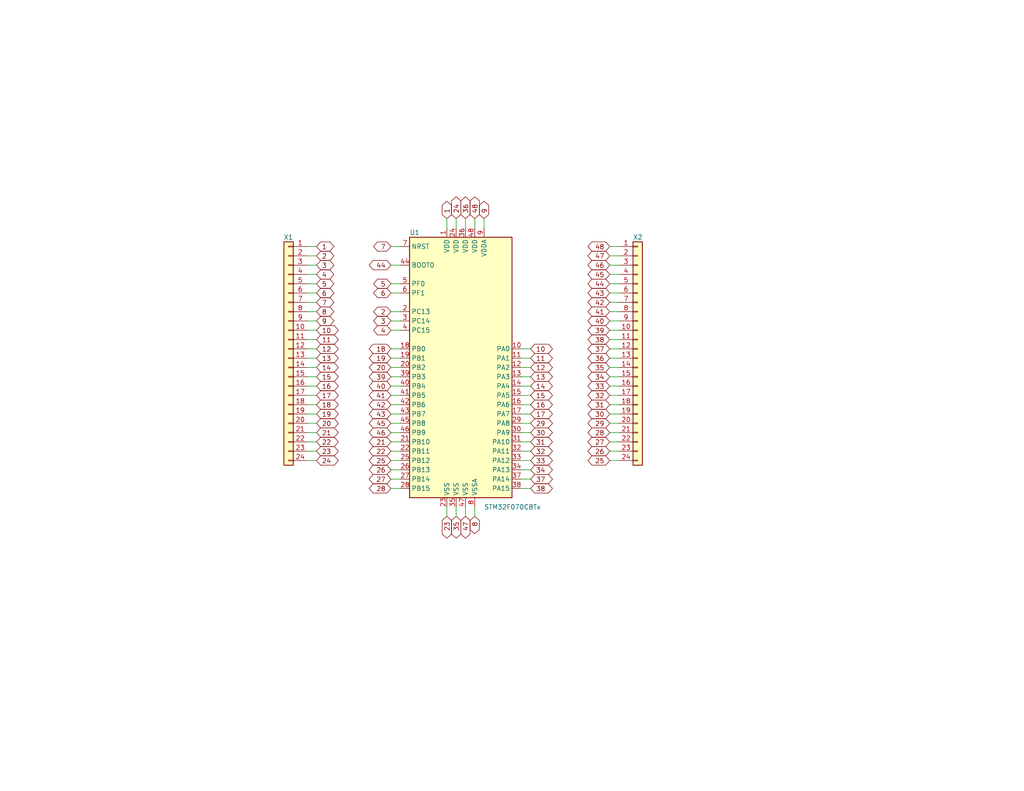
<source format=kicad_sch>
(kicad_sch (version 20230121) (generator eeschema)
  (paper "USLetter")
  (title_block (title "STM32F070CBTx Breakout") (date "2018-09-15") (rev "1") (company "Alex M."))
  (lib_symbols
    (symbol "Breakout_STM32F070CBTx-rescue:STM32F070CBTx-MCU_ST_STM32F0"
      (property "Reference" "U" (at -15.24 36.83 0))
      (property "Value" "MCU_ST_STM32F0:STM32F070CBTx" (at 7.62 36.83 0))
      (symbol "STM32F070CBTx-MCU_ST_STM32F0_0_1"
        (rectangle (start -15.24 -35.56) (end 12.7 35.56) (stroke (width 0.254)) (fill (type background)))
      )
      (symbol "STM32F070CBTx-MCU_ST_STM32F0_1_1"
        (pin power_in line (at -5.08 38.1 270) (length 2.54) (name "VDD") (number "1"))
        (pin bidirectional line (at 15.24 5.08 180) (length 2.54) (name "PA0") (number "10"))
        (pin bidirectional line (at 15.24 2.54 180) (length 2.54) (name "PA1") (number "11"))
        (pin bidirectional line (at 15.24 0 180) (length 2.54) (name "PA2") (number "12"))
        (pin bidirectional line (at 15.24 -2.54 180) (length 2.54) (name "PA3") (number "13"))
        (pin bidirectional line (at 15.24 -5.08 180) (length 2.54) (name "PA4") (number "14"))
        (pin bidirectional line (at 15.24 -7.62 180) (length 2.54) (name "PA5") (number "15"))
        (pin bidirectional line (at 15.24 -10.16 180) (length 2.54) (name "PA6") (number "16"))
        (pin bidirectional line (at 15.24 -12.7 180) (length 2.54) (name "PA7") (number "17"))
        (pin bidirectional line (at -17.78 5.08 0) (length 2.54) (name "PB0") (number "18"))
        (pin bidirectional line (at -17.78 2.54 0) (length 2.54) (name "PB1") (number "19"))
        (pin bidirectional line (at -17.78 15.24 0) (length 2.54) (name "PC13") (number "2"))
        (pin bidirectional line (at -17.78 0 0) (length 2.54) (name "PB2") (number "20"))
        (pin bidirectional line (at -17.78 -20.32 0) (length 2.54) (name "PB10") (number "21"))
        (pin bidirectional line (at -17.78 -22.86 0) (length 2.54) (name "PB11") (number "22"))
        (pin power_in line (at -5.08 -38.1 90) (length 2.54) (name "VSS") (number "23"))
        (pin power_in line (at -2.54 38.1 270) (length 2.54) (name "VDD") (number "24"))
        (pin bidirectional line (at -17.78 -25.4 0) (length 2.54) (name "PB12") (number "25"))
        (pin bidirectional line (at -17.78 -27.94 0) (length 2.54) (name "PB13") (number "26"))
        (pin bidirectional line (at -17.78 -30.48 0) (length 2.54) (name "PB14") (number "27"))
        (pin bidirectional line (at -17.78 -33.02 0) (length 2.54) (name "PB15") (number "28"))
        (pin bidirectional line (at 15.24 -15.24 180) (length 2.54) (name "PA8") (number "29"))
        (pin bidirectional line (at -17.78 12.7 0) (length 2.54) (name "PC14") (number "3"))
        (pin bidirectional line (at 15.24 -17.78 180) (length 2.54) (name "PA9") (number "30"))
        (pin bidirectional line (at 15.24 -20.32 180) (length 2.54) (name "PA10") (number "31"))
        (pin bidirectional line (at 15.24 -22.86 180) (length 2.54) (name "PA11") (number "32"))
        (pin bidirectional line (at 15.24 -25.4 180) (length 2.54) (name "PA12") (number "33"))
        (pin bidirectional line (at 15.24 -27.94 180) (length 2.54) (name "PA13") (number "34"))
        (pin power_in line (at -2.54 -38.1 90) (length 2.54) (name "VSS") (number "35"))
        (pin power_in line (at 0 38.1 270) (length 2.54) (name "VDD") (number "36"))
        (pin bidirectional line (at 15.24 -30.48 180) (length 2.54) (name "PA14") (number "37"))
        (pin bidirectional line (at 15.24 -33.02 180) (length 2.54) (name "PA15") (number "38"))
        (pin bidirectional line (at -17.78 -2.54 0) (length 2.54) (name "PB3") (number "39"))
        (pin bidirectional line (at -17.78 10.16 0) (length 2.54) (name "PC15") (number "4"))
        (pin bidirectional line (at -17.78 -5.08 0) (length 2.54) (name "PB4") (number "40"))
        (pin bidirectional line (at -17.78 -7.62 0) (length 2.54) (name "PB5") (number "41"))
        (pin bidirectional line (at -17.78 -10.16 0) (length 2.54) (name "PB6") (number "42"))
        (pin bidirectional line (at -17.78 -12.7 0) (length 2.54) (name "PB7") (number "43"))
        (pin input line (at -17.78 27.94 0) (length 2.54) (name "BOOT0") (number "44"))
        (pin bidirectional line (at -17.78 -15.24 0) (length 2.54) (name "PB8") (number "45"))
        (pin bidirectional line (at -17.78 -17.78 0) (length 2.54) (name "PB9") (number "46"))
        (pin power_in line (at 0 -38.1 90) (length 2.54) (name "VSS") (number "47"))
        (pin power_in line (at 2.54 38.1 270) (length 2.54) (name "VDD") (number "48"))
        (pin input line (at -17.78 22.86 0) (length 2.54) (name "PF0") (number "5"))
        (pin input line (at -17.78 20.32 0) (length 2.54) (name "PF1") (number "6"))
        (pin input line (at -17.78 33.02 0) (length 2.54) (name "NRST") (number "7"))
        (pin power_in line (at 2.54 -38.1 90) (length 2.54) (name "VSSA") (number "8"))
        (pin power_in line (at 5.08 38.1 270) (length 2.54) (name "VDDA") (number "9"))
      )
    )
    (symbol "Connector_Generic:Conn_01x24" (pin_names (offset 1.016) hide)
      (property "Reference" "J" (at 0 30.48 0))
      (property "Value" "Conn_01x24" (at 0 -33.02 0))
      (symbol "Conn_01x24_1_1"
        (rectangle (start -1.27 -30.353) (end 0 -30.607) (stroke (width 0.1524)))
        (rectangle (start -1.27 -27.813) (end 0 -28.067) (stroke (width 0.1524)))
        (rectangle (start -1.27 -25.273) (end 0 -25.527) (stroke (width 0.1524)))
        (rectangle (start -1.27 -22.733) (end 0 -22.987) (stroke (width 0.1524)))
        (rectangle (start -1.27 -20.193) (end 0 -20.447) (stroke (width 0.1524)))
        (rectangle (start -1.27 -17.653) (end 0 -17.907) (stroke (width 0.1524)))
        (rectangle (start -1.27 -15.113) (end 0 -15.367) (stroke (width 0.1524)))
        (rectangle (start -1.27 -12.573) (end 0 -12.827) (stroke (width 0.1524)))
        (rectangle (start -1.27 -10.033) (end 0 -10.287) (stroke (width 0.1524)))
        (rectangle (start -1.27 -7.493) (end 0 -7.747) (stroke (width 0.1524)))
        (rectangle (start -1.27 -4.953) (end 0 -5.207) (stroke (width 0.1524)))
        (rectangle (start -1.27 -2.413) (end 0 -2.667) (stroke (width 0.1524)))
        (rectangle (start -1.27 0.127) (end 0 -0.127) (stroke (width 0.1524)))
        (rectangle (start -1.27 2.667) (end 0 2.413) (stroke (width 0.1524)))
        (rectangle (start -1.27 5.207) (end 0 4.953) (stroke (width 0.1524)))
        (rectangle (start -1.27 7.747) (end 0 7.493) (stroke (width 0.1524)))
        (rectangle (start -1.27 10.287) (end 0 10.033) (stroke (width 0.1524)))
        (rectangle (start -1.27 12.827) (end 0 12.573) (stroke (width 0.1524)))
        (rectangle (start -1.27 15.367) (end 0 15.113) (stroke (width 0.1524)))
        (rectangle (start -1.27 17.907) (end 0 17.653) (stroke (width 0.1524)))
        (rectangle (start -1.27 20.447) (end 0 20.193) (stroke (width 0.1524)))
        (rectangle (start -1.27 22.987) (end 0 22.733) (stroke (width 0.1524)))
        (rectangle (start -1.27 25.527) (end 0 25.273) (stroke (width 0.1524)))
        (rectangle (start -1.27 28.067) (end 0 27.813) (stroke (width 0.1524)))
        (rectangle (start -1.27 29.21) (end 1.27 -31.75) (stroke (width 0.254)) (fill (type background)))
        (pin passive line (at -5.08 27.94 0) (length 3.81) (name "Pin_1") (number "1"))
        (pin passive line (at -5.08 5.08 0) (length 3.81) (name "Pin_10") (number "10"))
        (pin passive line (at -5.08 2.54 0) (length 3.81) (name "Pin_11") (number "11"))
        (pin passive line (at -5.08 0 0) (length 3.81) (name "Pin_12") (number "12"))
        (pin passive line (at -5.08 -2.54 0) (length 3.81) (name "Pin_13") (number "13"))
        (pin passive line (at -5.08 -5.08 0) (length 3.81) (name "Pin_14") (number "14"))
        (pin passive line (at -5.08 -7.62 0) (length 3.81) (name "Pin_15") (number "15"))
        (pin passive line (at -5.08 -10.16 0) (length 3.81) (name "Pin_16") (number "16"))
        (pin passive line (at -5.08 -12.7 0) (length 3.81) (name "Pin_17") (number "17"))
        (pin passive line (at -5.08 -15.24 0) (length 3.81) (name "Pin_18") (number "18"))
        (pin passive line (at -5.08 -17.78 0) (length 3.81) (name "Pin_19") (number "19"))
        (pin passive line (at -5.08 25.4 0) (length 3.81) (name "Pin_2") (number "2"))
        (pin passive line (at -5.08 -20.32 0) (length 3.81) (name "Pin_20") (number "20"))
        (pin passive line (at -5.08 -22.86 0) (length 3.81) (name "Pin_21") (number "21"))
        (pin passive line (at -5.08 -25.4 0) (length 3.81) (name "Pin_22") (number "22"))
        (pin passive line (at -5.08 -27.94 0) (length 3.81) (name "Pin_23") (number "23"))
        (pin passive line (at -5.08 -30.48 0) (length 3.81) (name "Pin_24") (number "24"))
        (pin passive line (at -5.08 22.86 0) (length 3.81) (name "Pin_3") (number "3"))
        (pin passive line (at -5.08 20.32 0) (length 3.81) (name "Pin_4") (number "4"))
        (pin passive line (at -5.08 17.78 0) (length 3.81) (name "Pin_5") (number "5"))
        (pin passive line (at -5.08 15.24 0) (length 3.81) (name "Pin_6") (number "6"))
        (pin passive line (at -5.08 12.7 0) (length 3.81) (name "Pin_7") (number "7"))
        (pin passive line (at -5.08 10.16 0) (length 3.81) (name "Pin_8") (number "8"))
        (pin passive line (at -5.08 7.62 0) (length 3.81) (name "Pin_9") (number "9"))
      )
    )
  )
  (wire (pts (xy 166.37 123.19) (xy 168.91 123.19)))
  (wire (pts (xy 109.22 105.41) (xy 106.68 105.41)))
  (wire (pts (xy 168.91 90.17) (xy 166.37 90.17)))
  (wire (pts (xy 166.37 82.55) (xy 168.91 82.55)))
  (wire (pts (xy 83.82 95.25) (xy 86.36 95.25)))
  (wire (pts (xy 106.68 128.27) (xy 109.22 128.27)))
  (wire (pts (xy 106.68 133.35) (xy 109.22 133.35)))
  (wire (pts (xy 144.78 120.65) (xy 142.24 120.65)))
  (wire (pts (xy 83.82 102.87) (xy 86.36 102.87)))
  (wire (pts (xy 83.82 90.17) (xy 86.36 90.17)))
  (wire (pts (xy 132.08 62.23) (xy 132.08 59.69)))
  (wire (pts (xy 166.37 67.31) (xy 168.91 67.31)))
  (wire (pts (xy 168.91 110.49) (xy 166.37 110.49)))
  (wire (pts (xy 142.24 97.79) (xy 144.78 97.79)))
  (wire (pts (xy 168.91 80.01) (xy 166.37 80.01)))
  (wire (pts (xy 83.82 123.19) (xy 86.36 123.19)))
  (wire (pts (xy 83.82 80.01) (xy 86.36 80.01)))
  (wire (pts (xy 166.37 92.71) (xy 168.91 92.71)))
  (wire (pts (xy 142.24 118.11) (xy 144.78 118.11)))
  (wire (pts (xy 106.68 90.17) (xy 109.22 90.17)))
  (wire (pts (xy 83.82 118.11) (xy 86.36 118.11)))
  (wire (pts (xy 106.68 118.11) (xy 109.22 118.11)))
  (wire (pts (xy 83.82 72.39) (xy 86.36 72.39)))
  (wire (pts (xy 166.37 97.79) (xy 168.91 97.79)))
  (wire (pts (xy 166.37 72.39) (xy 168.91 72.39)))
  (wire (pts (xy 83.82 115.57) (xy 86.36 115.57)))
  (wire (pts (xy 106.68 113.03) (xy 109.22 113.03)))
  (wire (pts (xy 109.22 72.39) (xy 106.68 72.39)))
  (wire (pts (xy 127 62.23) (xy 127 59.69)))
  (wire (pts (xy 106.68 102.87) (xy 109.22 102.87)))
  (wire (pts (xy 109.22 110.49) (xy 106.68 110.49)))
  (wire (pts (xy 144.78 100.33) (xy 142.24 100.33)))
  (wire (pts (xy 142.24 102.87) (xy 144.78 102.87)))
  (wire (pts (xy 121.92 138.43) (xy 121.92 140.97)))
  (wire (pts (xy 144.78 115.57) (xy 142.24 115.57)))
  (wire (pts (xy 83.82 113.03) (xy 86.36 113.03)))
  (wire (pts (xy 142.24 123.19) (xy 144.78 123.19)))
  (wire (pts (xy 166.37 87.63) (xy 168.91 87.63)))
  (wire (pts (xy 166.37 125.73) (xy 168.91 125.73)))
  (wire (pts (xy 83.82 82.55) (xy 86.36 82.55)))
  (wire (pts (xy 166.37 77.47) (xy 168.91 77.47)))
  (wire (pts (xy 109.22 95.25) (xy 106.68 95.25)))
  (wire (pts (xy 109.22 125.73) (xy 106.68 125.73)))
  (wire (pts (xy 142.24 107.95) (xy 144.78 107.95)))
  (wire (pts (xy 166.37 118.11) (xy 168.91 118.11)))
  (wire (pts (xy 166.37 107.95) (xy 168.91 107.95)))
  (wire (pts (xy 168.91 115.57) (xy 166.37 115.57)))
  (wire (pts (xy 124.46 140.97) (xy 124.46 138.43)))
  (wire (pts (xy 83.82 125.73) (xy 86.36 125.73)))
  (wire (pts (xy 106.68 77.47) (xy 109.22 77.47)))
  (wire (pts (xy 166.37 102.87) (xy 168.91 102.87)))
  (wire (pts (xy 83.82 97.79) (xy 86.36 97.79)))
  (wire (pts (xy 83.82 74.93) (xy 86.36 74.93)))
  (wire (pts (xy 142.24 113.03) (xy 144.78 113.03)))
  (wire (pts (xy 106.68 97.79) (xy 109.22 97.79)))
  (wire (pts (xy 127 138.43) (xy 127 140.97)))
  (wire (pts (xy 83.82 107.95) (xy 86.36 107.95)))
  (wire (pts (xy 168.91 85.09) (xy 166.37 85.09)))
  (wire (pts (xy 144.78 95.25) (xy 142.24 95.25)))
  (wire (pts (xy 129.54 62.23) (xy 129.54 59.69)))
  (wire (pts (xy 83.82 92.71) (xy 86.36 92.71)))
  (wire (pts (xy 109.22 100.33) (xy 106.68 100.33)))
  (wire (pts (xy 109.22 115.57) (xy 106.68 115.57)))
  (wire (pts (xy 168.91 100.33) (xy 166.37 100.33)))
  (wire (pts (xy 144.78 125.73) (xy 142.24 125.73)))
  (wire (pts (xy 83.82 110.49) (xy 86.36 110.49)))
  (wire (pts (xy 144.78 110.49) (xy 142.24 110.49)))
  (wire (pts (xy 106.68 67.31) (xy 109.22 67.31)))
  (wire (pts (xy 168.91 74.93) (xy 166.37 74.93)))
  (wire (pts (xy 168.91 69.85) (xy 166.37 69.85)))
  (wire (pts (xy 142.24 128.27) (xy 144.78 128.27)))
  (wire (pts (xy 83.82 87.63) (xy 86.36 87.63)))
  (wire (pts (xy 129.54 140.97) (xy 129.54 138.43)))
  (wire (pts (xy 83.82 77.47) (xy 86.36 77.47)))
  (wire (pts (xy 83.82 69.85) (xy 86.36 69.85)))
  (wire (pts (xy 109.22 120.65) (xy 106.68 120.65)))
  (wire (pts (xy 83.82 120.65) (xy 86.36 120.65)))
  (wire (pts (xy 142.24 133.35) (xy 144.78 133.35)))
  (wire (pts (xy 83.82 100.33) (xy 86.36 100.33)))
  (wire (pts (xy 83.82 85.09) (xy 86.36 85.09)))
  (wire (pts (xy 166.37 113.03) (xy 168.91 113.03)))
  (wire (pts (xy 109.22 80.01) (xy 106.68 80.01)))
  (wire (pts (xy 106.68 85.09) (xy 109.22 85.09)))
  (wire (pts (xy 144.78 130.81) (xy 142.24 130.81)))
  (wire (pts (xy 168.91 105.41) (xy 166.37 105.41)))
  (wire (pts (xy 109.22 130.81) (xy 106.68 130.81)))
  (wire (pts (xy 83.82 105.41) (xy 86.36 105.41)))
  (wire (pts (xy 109.22 87.63) (xy 106.68 87.63)))
  (wire (pts (xy 106.68 123.19) (xy 109.22 123.19)))
  (wire (pts (xy 124.46 62.23) (xy 124.46 59.69)))
  (wire (pts (xy 144.78 105.41) (xy 142.24 105.41)))
  (wire (pts (xy 168.91 95.25) (xy 166.37 95.25)))
  (wire (pts (xy 83.82 67.31) (xy 86.36 67.31)))
  (wire (pts (xy 168.91 120.65) (xy 166.37 120.65)))
  (wire (pts (xy 121.92 62.23) (xy 121.92 59.69)))
  (wire (pts (xy 106.68 107.95) (xy 109.22 107.95)))
  (global_label "24" (shape bidirectional) (at 124.46 59.69 90) (property "Intersheetrefs" "${INTERSHEET_REFS}" (effects hide)))
  (global_label "25" (shape bidirectional) (at 106.68 125.73 180) (property "Intersheetrefs" "${INTERSHEET_REFS}" (effects hide)))
  (global_label "21" (shape bidirectional) (at 106.68 120.65 180) (property "Intersheetrefs" "${INTERSHEET_REFS}" (effects hide)))
  (global_label "10" (shape bidirectional) (at 144.78 95.25 0) (property "Intersheetrefs" "${INTERSHEET_REFS}" (effects hide)))
  (global_label "34" (shape bidirectional) (at 144.78 128.27 0) (property "Intersheetrefs" "${INTERSHEET_REFS}" (effects hide)))
  (global_label "19" (shape bidirectional) (at 106.68 97.79 180) (property "Intersheetrefs" "${INTERSHEET_REFS}" (effects hide)))
  (global_label "47" (shape bidirectional) (at 127 140.97 270) (property "Intersheetrefs" "${INTERSHEET_REFS}" (effects hide)))
  (global_label "46" (shape bidirectional) (at 106.68 118.11 180) (property "Intersheetrefs" "${INTERSHEET_REFS}" (effects hide)))
  (global_label "8" (shape bidirectional) (at 129.54 140.97 270) (property "Intersheetrefs" "${INTERSHEET_REFS}" (effects hide)))
  (global_label "1" (shape bidirectional) (at 86.36 67.31 0) (property "Intersheetrefs" "${INTERSHEET_REFS}" (effects hide)))
  (global_label "3" (shape bidirectional) (at 106.68 87.63 180) (property "Intersheetrefs" "${INTERSHEET_REFS}" (effects hide)))
  (global_label "10" (shape bidirectional) (at 86.36 90.17 0) (property "Intersheetrefs" "${INTERSHEET_REFS}" (effects hide)))
  (global_label "9" (shape bidirectional) (at 132.08 59.69 90) (property "Intersheetrefs" "${INTERSHEET_REFS}" (effects hide)))
  (global_label "44" (shape bidirectional) (at 106.68 72.39 180) (property "Intersheetrefs" "${INTERSHEET_REFS}" (effects hide)))
  (global_label "15" (shape bidirectional) (at 86.36 102.87 0) (property "Intersheetrefs" "${INTERSHEET_REFS}" (effects hide)))
  (global_label "46" (shape bidirectional) (at 166.37 72.39 180) (property "Intersheetrefs" "${INTERSHEET_REFS}" (effects hide)))
  (global_label "16" (shape bidirectional) (at 144.78 110.49 0) (property "Intersheetrefs" "${INTERSHEET_REFS}" (effects hide)))
  (global_label "22" (shape bidirectional) (at 86.36 120.65 0) (property "Intersheetrefs" "${INTERSHEET_REFS}" (effects hide)))
  (global_label "15" (shape bidirectional) (at 144.78 107.95 0) (property "Intersheetrefs" "${INTERSHEET_REFS}" (effects hide)))
  (global_label "31" (shape bidirectional) (at 166.37 110.49 180) (property "Intersheetrefs" "${INTERSHEET_REFS}" (effects hide)))
  (global_label "32" (shape bidirectional) (at 144.78 123.19 0) (property "Intersheetrefs" "${INTERSHEET_REFS}" (effects hide)))
  (global_label "38" (shape bidirectional) (at 166.37 92.71 180) (property "Intersheetrefs" "${INTERSHEET_REFS}" (effects hide)))
  (global_label "25" (shape bidirectional) (at 166.37 125.73 180) (property "Intersheetrefs" "${INTERSHEET_REFS}" (effects hide)))
  (global_label "35" (shape bidirectional) (at 166.37 100.33 180) (property "Intersheetrefs" "${INTERSHEET_REFS}" (effects hide)))
  (global_label "41" (shape bidirectional) (at 166.37 85.09 180) (property "Intersheetrefs" "${INTERSHEET_REFS}" (effects hide)))
  (global_label "13" (shape bidirectional) (at 86.36 97.79 0) (property "Intersheetrefs" "${INTERSHEET_REFS}" (effects hide)))
  (global_label "38" (shape bidirectional) (at 144.78 133.35 0) (property "Intersheetrefs" "${INTERSHEET_REFS}" (effects hide)))
  (global_label "37" (shape bidirectional) (at 166.37 95.25 180) (property "Intersheetrefs" "${INTERSHEET_REFS}" (effects hide)))
  (global_label "39" (shape bidirectional) (at 106.68 102.87 180) (property "Intersheetrefs" "${INTERSHEET_REFS}" (effects hide)))
  (global_label "2" (shape bidirectional) (at 106.68 85.09 180) (property "Intersheetrefs" "${INTERSHEET_REFS}" (effects hide)))
  (global_label "14" (shape bidirectional) (at 86.36 100.33 0) (property "Intersheetrefs" "${INTERSHEET_REFS}" (effects hide)))
  (global_label "32" (shape bidirectional) (at 166.37 107.95 180) (property "Intersheetrefs" "${INTERSHEET_REFS}" (effects hide)))
  (global_label "18" (shape bidirectional) (at 86.36 110.49 0) (property "Intersheetrefs" "${INTERSHEET_REFS}" (effects hide)))
  (global_label "6" (shape bidirectional) (at 106.68 80.01 180) (property "Intersheetrefs" "${INTERSHEET_REFS}" (effects hide)))
  (global_label "11" (shape bidirectional) (at 86.36 92.71 0) (property "Intersheetrefs" "${INTERSHEET_REFS}" (effects hide)))
  (global_label "43" (shape bidirectional) (at 166.37 80.01 180) (property "Intersheetrefs" "${INTERSHEET_REFS}" (effects hide)))
  (global_label "27" (shape bidirectional) (at 106.68 130.81 180) (property "Intersheetrefs" "${INTERSHEET_REFS}" (effects hide)))
  (global_label "34" (shape bidirectional) (at 166.37 102.87 180) (property "Intersheetrefs" "${INTERSHEET_REFS}" (effects hide)))
  (global_label "43" (shape bidirectional) (at 106.68 113.03 180) (property "Intersheetrefs" "${INTERSHEET_REFS}" (effects hide)))
  (global_label "5" (shape bidirectional) (at 106.68 77.47 180) (property "Intersheetrefs" "${INTERSHEET_REFS}" (effects hide)))
  (global_label "47" (shape bidirectional) (at 166.37 69.85 180) (property "Intersheetrefs" "${INTERSHEET_REFS}" (effects hide)))
  (global_label "20" (shape bidirectional) (at 106.68 100.33 180) (property "Intersheetrefs" "${INTERSHEET_REFS}" (effects hide)))
  (global_label "35" (shape bidirectional) (at 124.46 140.97 270) (property "Intersheetrefs" "${INTERSHEET_REFS}" (effects hide)))
  (global_label "18" (shape bidirectional) (at 106.68 95.25 180) (property "Intersheetrefs" "${INTERSHEET_REFS}" (effects hide)))
  (global_label "42" (shape bidirectional) (at 106.68 110.49 180) (property "Intersheetrefs" "${INTERSHEET_REFS}" (effects hide)))
  (global_label "23" (shape bidirectional) (at 86.36 123.19 0) (property "Intersheetrefs" "${INTERSHEET_REFS}" (effects hide)))
  (global_label "45" (shape bidirectional) (at 106.68 115.57 180) (property "Intersheetrefs" "${INTERSHEET_REFS}" (effects hide)))
  (global_label "24" (shape bidirectional) (at 86.36 125.73 0) (property "Intersheetrefs" "${INTERSHEET_REFS}" (effects hide)))
  (global_label "48" (shape bidirectional) (at 129.54 59.69 90) (property "Intersheetrefs" "${INTERSHEET_REFS}" (effects hide)))
  (global_label "4" (shape bidirectional) (at 86.36 74.93 0) (property "Intersheetrefs" "${INTERSHEET_REFS}" (effects hide)))
  (global_label "3" (shape bidirectional) (at 86.36 72.39 0) (property "Intersheetrefs" "${INTERSHEET_REFS}" (effects hide)))
  (global_label "33" (shape bidirectional) (at 166.37 105.41 180) (property "Intersheetrefs" "${INTERSHEET_REFS}" (effects hide)))
  (global_label "40" (shape bidirectional) (at 106.68 105.41 180) (property "Intersheetrefs" "${INTERSHEET_REFS}" (effects hide)))
  (global_label "29" (shape bidirectional) (at 166.37 115.57 180) (property "Intersheetrefs" "${INTERSHEET_REFS}" (effects hide)))
  (global_label "36" (shape bidirectional) (at 166.37 97.79 180) (property "Intersheetrefs" "${INTERSHEET_REFS}" (effects hide)))
  (global_label "17" (shape bidirectional) (at 86.36 107.95 0) (property "Intersheetrefs" "${INTERSHEET_REFS}" (effects hide)))
  (global_label "30" (shape bidirectional) (at 166.37 113.03 180) (property "Intersheetrefs" "${INTERSHEET_REFS}" (effects hide)))
  (global_label "37" (shape bidirectional) (at 144.78 130.81 0) (property "Intersheetrefs" "${INTERSHEET_REFS}" (effects hide)))
  (global_label "5" (shape bidirectional) (at 86.36 77.47 0) (property "Intersheetrefs" "${INTERSHEET_REFS}" (effects hide)))
  (global_label "36" (shape bidirectional) (at 127 59.69 90) (property "Intersheetrefs" "${INTERSHEET_REFS}" (effects hide)))
  (global_label "9" (shape bidirectional) (at 86.36 87.63 0) (property "Intersheetrefs" "${INTERSHEET_REFS}" (effects hide)))
  (global_label "26" (shape bidirectional) (at 106.68 128.27 180) (property "Intersheetrefs" "${INTERSHEET_REFS}" (effects hide)))
  (global_label "48" (shape bidirectional) (at 166.37 67.31 180) (property "Intersheetrefs" "${INTERSHEET_REFS}" (effects hide)))
  (global_label "42" (shape bidirectional) (at 166.37 82.55 180) (property "Intersheetrefs" "${INTERSHEET_REFS}" (effects hide)))
  (global_label "33" (shape bidirectional) (at 144.78 125.73 0) (property "Intersheetrefs" "${INTERSHEET_REFS}" (effects hide)))
  (global_label "21" (shape bidirectional) (at 86.36 118.11 0) (property "Intersheetrefs" "${INTERSHEET_REFS}" (effects hide)))
  (global_label "22" (shape bidirectional) (at 106.68 123.19 180) (property "Intersheetrefs" "${INTERSHEET_REFS}" (effects hide)))
  (global_label "19" (shape bidirectional) (at 86.36 113.03 0) (property "Intersheetrefs" "${INTERSHEET_REFS}" (effects hide)))
  (global_label "39" (shape bidirectional) (at 166.37 90.17 180) (property "Intersheetrefs" "${INTERSHEET_REFS}" (effects hide)))
  (global_label "29" (shape bidirectional) (at 144.78 115.57 0) (property "Intersheetrefs" "${INTERSHEET_REFS}" (effects hide)))
  (global_label "17" (shape bidirectional) (at 144.78 113.03 0) (property "Intersheetrefs" "${INTERSHEET_REFS}" (effects hide)))
  (global_label "30" (shape bidirectional) (at 144.78 118.11 0) (property "Intersheetrefs" "${INTERSHEET_REFS}" (effects hide)))
  (global_label "31" (shape bidirectional) (at 144.78 120.65 0) (property "Intersheetrefs" "${INTERSHEET_REFS}" (effects hide)))
  (global_label "44" (shape bidirectional) (at 166.37 77.47 180) (property "Intersheetrefs" "${INTERSHEET_REFS}" (effects hide)))
  (global_label "41" (shape bidirectional) (at 106.68 107.95 180) (property "Intersheetrefs" "${INTERSHEET_REFS}" (effects hide)))
  (global_label "28" (shape bidirectional) (at 166.37 118.11 180) (property "Intersheetrefs" "${INTERSHEET_REFS}" (effects hide)))
  (global_label "27" (shape bidirectional) (at 166.37 120.65 180) (property "Intersheetrefs" "${INTERSHEET_REFS}" (effects hide)))
  (global_label "2" (shape bidirectional) (at 86.36 69.85 0) (property "Intersheetrefs" "${INTERSHEET_REFS}" (effects hide)))
  (global_label "20" (shape bidirectional) (at 86.36 115.57 0) (property "Intersheetrefs" "${INTERSHEET_REFS}" (effects hide)))
  (global_label "12" (shape bidirectional) (at 86.36 95.25 0) (property "Intersheetrefs" "${INTERSHEET_REFS}" (effects hide)))
  (global_label "6" (shape bidirectional) (at 86.36 80.01 0) (property "Intersheetrefs" "${INTERSHEET_REFS}" (effects hide)))
  (global_label "11" (shape bidirectional) (at 144.78 97.79 0) (property "Intersheetrefs" "${INTERSHEET_REFS}" (effects hide)))
  (global_label "23" (shape bidirectional) (at 121.92 140.97 270) (property "Intersheetrefs" "${INTERSHEET_REFS}" (effects hide)))
  (global_label "12" (shape bidirectional) (at 144.78 100.33 0) (property "Intersheetrefs" "${INTERSHEET_REFS}" (effects hide)))
  (global_label "1" (shape bidirectional) (at 121.92 59.69 90) (property "Intersheetrefs" "${INTERSHEET_REFS}" (effects hide)))
  (global_label "16" (shape bidirectional) (at 86.36 105.41 0) (property "Intersheetrefs" "${INTERSHEET_REFS}" (effects hide)))
  (global_label "26" (shape bidirectional) (at 166.37 123.19 180) (property "Intersheetrefs" "${INTERSHEET_REFS}" (effects hide)))
  (global_label "7" (shape bidirectional) (at 106.68 67.31 180) (property "Intersheetrefs" "${INTERSHEET_REFS}" (effects hide)))
  (global_label "28" (shape bidirectional) (at 106.68 133.35 180) (property "Intersheetrefs" "${INTERSHEET_REFS}" (effects hide)))
  (global_label "45" (shape bidirectional) (at 166.37 74.93 180) (property "Intersheetrefs" "${INTERSHEET_REFS}" (effects hide)))
  (global_label "7" (shape bidirectional) (at 86.36 82.55 0) (property "Intersheetrefs" "${INTERSHEET_REFS}" (effects hide)))
  (global_label "4" (shape bidirectional) (at 106.68 90.17 180) (property "Intersheetrefs" "${INTERSHEET_REFS}" (effects hide)))
  (global_label "13" (shape bidirectional) (at 144.78 102.87 0) (property "Intersheetrefs" "${INTERSHEET_REFS}" (effects hide)))
  (global_label "14" (shape bidirectional) (at 144.78 105.41 0) (property "Intersheetrefs" "${INTERSHEET_REFS}" (effects hide)))
  (global_label "40" (shape bidirectional) (at 166.37 87.63 180) (property "Intersheetrefs" "${INTERSHEET_REFS}" (effects hide)))
  (global_label "8" (shape bidirectional) (at 86.36 85.09 0) (property "Intersheetrefs" "${INTERSHEET_REFS}" (effects hide)))
  (symbol (lib_id "Breakout_STM32F070CBTx-rescue:STM32F070CBTx-MCU_ST_STM32F0") (at 127 100.33 0) (unit 1)
    (property "Reference" "U1" (at 111.76 63.5 0) (effects (justify left)))
    (property "Value" "STM32F070CBTx" (at 132.08 138.43 0) (effects (justify left)))
    (property "Footprint" "Housings_QFP:LQFP-48_7x7mm_Pitch0.5mm" (effects hide))
    (property "Datasheet" "http://www.st.com/st-web-ui/static/active/en/resource/technical/document/datasheet/DM00141386.pdf" (effects hide))
    (property "DigiKey Part Number" "497-15099-ND" (effects hide))
  )
  (symbol (lib_id "Connector_Generic:Conn_01x24") (at 173.99 95.25 0) (unit 1)
    (property "Reference" "X2" (at 172.72 64.77 0) (effects (justify left)))
    (property "Value" "Conn_01x24" (effects hide))
    (property "Footprint" "Pin_Headers:Pin_Header_Straight_1x24_Pitch2.54mm" (effects hide))
  )
  (symbol (lib_id "Connector_Generic:Conn_01x24") (at 78.74 95.25 0) (mirror y) (unit 1)
    (property "Reference" "X1" (at 80.01 64.77 0) (effects (justify left)))
    (property "Value" "Conn_01x24" (effects hide))
    (property "Footprint" "Pin_Headers:Pin_Header_Straight_1x24_Pitch2.54mm" (effects hide))
  )
)
</source>
